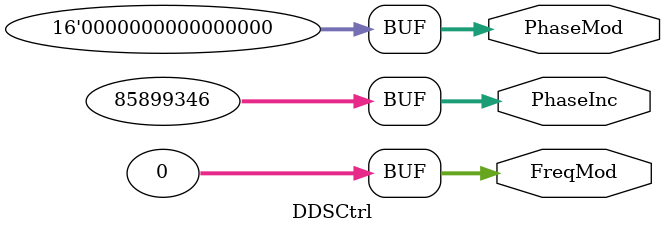
<source format=v>

module DDSCtrl
(
	 PhaseInc, PhaseMod, FreqMod
);
    //Parameters: command word
	 parameter Freq100KHz = 42949673;  //100 KHz FreWord
	 parameter Freq200KHz = 85899346;  //200 KHz FreWord
	 parameter Freq500KHz = 214748365; //500 KHz FreWord
	 parameter Freq1MKHz = 429496730; //1 MHz FreWord
	 
	 parameter FrMod = 32'd0;   //Frequency increasement
	 parameter PhMod = 16'd0;   //Phase increasement
	 
	 //Define

	 
	 //Interface
    output [31:0] PhaseInc;        //Frequency Ctrl Word
	 output [31:0] FreqMod;         //Frequency Modification
    output [15:0] PhaseMod;        //Phase Modification
	 
	 
	 assign PhaseInc = Freq200KHz;
	 assign FreqMod = FrMod;
	 assign PhaseMod = PhMod;
	
	
endmodule
		
				
				
				
				
				
				
				
				
</source>
